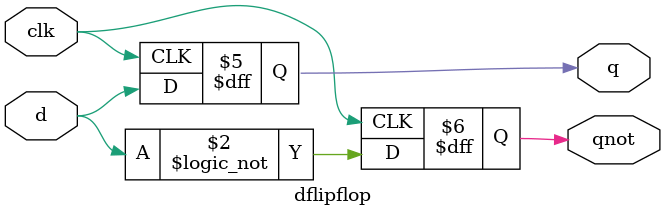
<source format=v>
module dflipflop (
input wire clk,
input wire d,
output reg q,
output reg qnot
);

  reg    q = 1'b0;
  reg qnot = 1'b0;
    
  always @ (posedge clk)
    begin
      q <= d;
      qnot <= !d;
    end
  
endmodule
</source>
